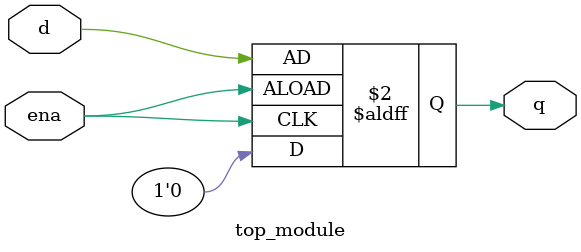
<source format=sv>
module top_module (
    input wire d,
    input wire ena,
    output reg q
);

    always @(posedge ena or negedge ena) begin
        if (ena) begin
            q <= d;
        end else begin
            q <= 1'b0;
        end
    end
    
endmodule

</source>
